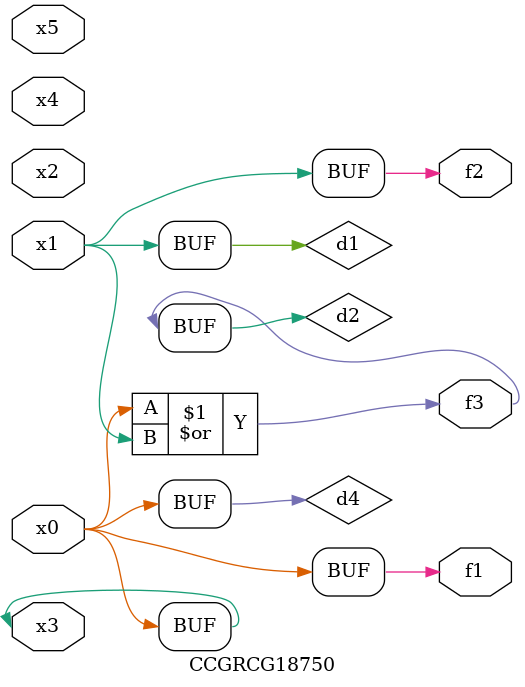
<source format=v>
module CCGRCG18750(
	input x0, x1, x2, x3, x4, x5,
	output f1, f2, f3
);

	wire d1, d2, d3, d4;

	and (d1, x1);
	or (d2, x0, x1);
	nand (d3, x0, x5);
	buf (d4, x0, x3);
	assign f1 = d4;
	assign f2 = d1;
	assign f3 = d2;
endmodule

</source>
